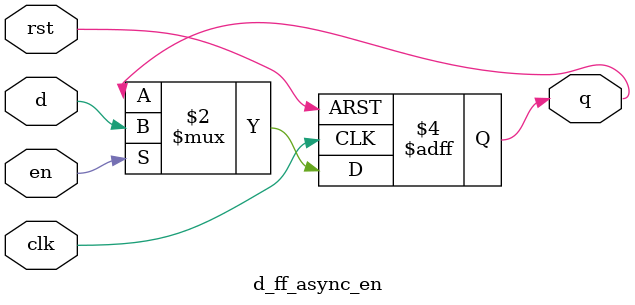
<source format=v>
module d_ff_async_en (
clk,
rst,
en,
d,
q);

parameter SIZE = 1;
parameter RESET_VALUE = 0;

input clk;
input rst;
input en;
input [(SIZE-1):0] d;
output reg [(SIZE-1):0] q;



always@(posedge clk, posedge rst) begin
	if(rst) 
		q <= RESET_VALUE;
	else if(en)
		q <= d;
end

endmodule

</source>
